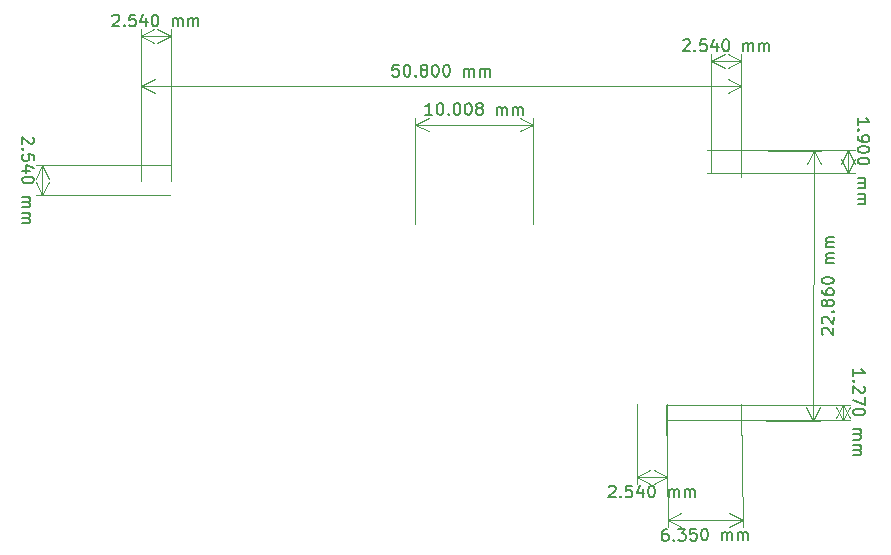
<source format=gbr>
G04 #@! TF.GenerationSoftware,KiCad,Pcbnew,(5.1.4)-1*
G04 #@! TF.CreationDate,2019-11-20T19:39:55+01:00*
G04 #@! TF.ProjectId,Open_Telemetry_digitalSensorShield,4f70656e-5f54-4656-9c65-6d657472795f,P1A_02 - Prototype manuf.*
G04 #@! TF.SameCoordinates,Original*
G04 #@! TF.FileFunction,Other,ECO1*
%FSLAX46Y46*%
G04 Gerber Fmt 4.6, Leading zero omitted, Abs format (unit mm)*
G04 Created by KiCad (PCBNEW (5.1.4)-1) date 2019-11-20 19:39:55*
%MOMM*%
%LPD*%
G04 APERTURE LIST*
%ADD10C,0.150000*%
%ADD11C,0.120000*%
G04 APERTURE END LIST*
D10*
X274634699Y-129825501D02*
X274634699Y-129254073D01*
X274634699Y-129539787D02*
X275634699Y-129539787D01*
X275491841Y-129444549D01*
X275396603Y-129349311D01*
X275348984Y-129254073D01*
X274729937Y-130254073D02*
X274682318Y-130301692D01*
X274634699Y-130254073D01*
X274682318Y-130206454D01*
X274729937Y-130254073D01*
X274634699Y-130254073D01*
X274634699Y-130777882D02*
X274634699Y-130968359D01*
X274682318Y-131063597D01*
X274729937Y-131111216D01*
X274872794Y-131206454D01*
X275063270Y-131254073D01*
X275444222Y-131254073D01*
X275539460Y-131206454D01*
X275587080Y-131158835D01*
X275634699Y-131063597D01*
X275634699Y-130873120D01*
X275587080Y-130777882D01*
X275539460Y-130730263D01*
X275444222Y-130682644D01*
X275206127Y-130682644D01*
X275110889Y-130730263D01*
X275063270Y-130777882D01*
X275015651Y-130873120D01*
X275015651Y-131063597D01*
X275063270Y-131158835D01*
X275110889Y-131206454D01*
X275206127Y-131254073D01*
X275634699Y-131873120D02*
X275634699Y-131968359D01*
X275587080Y-132063597D01*
X275539460Y-132111216D01*
X275444222Y-132158835D01*
X275253746Y-132206454D01*
X275015651Y-132206454D01*
X274825175Y-132158835D01*
X274729937Y-132111216D01*
X274682318Y-132063597D01*
X274634699Y-131968359D01*
X274634699Y-131873120D01*
X274682318Y-131777882D01*
X274729937Y-131730263D01*
X274825175Y-131682644D01*
X275015651Y-131635025D01*
X275253746Y-131635025D01*
X275444222Y-131682644D01*
X275539460Y-131730263D01*
X275587080Y-131777882D01*
X275634699Y-131873120D01*
X275634699Y-132825501D02*
X275634699Y-132920740D01*
X275587080Y-133015978D01*
X275539460Y-133063597D01*
X275444222Y-133111216D01*
X275253746Y-133158835D01*
X275015651Y-133158835D01*
X274825175Y-133111216D01*
X274729937Y-133063597D01*
X274682318Y-133015978D01*
X274634699Y-132920740D01*
X274634699Y-132825501D01*
X274682318Y-132730263D01*
X274729937Y-132682644D01*
X274825175Y-132635025D01*
X275015651Y-132587406D01*
X275253746Y-132587406D01*
X275444222Y-132635025D01*
X275539460Y-132682644D01*
X275587080Y-132730263D01*
X275634699Y-132825501D01*
X274634699Y-134349311D02*
X275301365Y-134349311D01*
X275206127Y-134349311D02*
X275253746Y-134396930D01*
X275301365Y-134492168D01*
X275301365Y-134635025D01*
X275253746Y-134730263D01*
X275158508Y-134777882D01*
X274634699Y-134777882D01*
X275158508Y-134777882D02*
X275253746Y-134825501D01*
X275301365Y-134920740D01*
X275301365Y-135063597D01*
X275253746Y-135158835D01*
X275158508Y-135206454D01*
X274634699Y-135206454D01*
X274634699Y-135682644D02*
X275301365Y-135682644D01*
X275206127Y-135682644D02*
X275253746Y-135730263D01*
X275301365Y-135825501D01*
X275301365Y-135968359D01*
X275253746Y-136063597D01*
X275158508Y-136111216D01*
X274634699Y-136111216D01*
X275158508Y-136111216D02*
X275253746Y-136158835D01*
X275301365Y-136254073D01*
X275301365Y-136396930D01*
X275253746Y-136492168D01*
X275158508Y-136539787D01*
X274634699Y-136539787D01*
D11*
X273817080Y-131970780D02*
X273817080Y-133870700D01*
X261868920Y-131970780D02*
X274403501Y-131970780D01*
X261868920Y-133870700D02*
X274403501Y-133870700D01*
X273817080Y-133870700D02*
X273230659Y-132744196D01*
X273817080Y-133870700D02*
X274403501Y-132744196D01*
X273817080Y-131970780D02*
X273230659Y-133097284D01*
X273817080Y-131970780D02*
X274403501Y-133097284D01*
D10*
X238617571Y-128976380D02*
X238046142Y-128976380D01*
X238331857Y-128976380D02*
X238331857Y-127976380D01*
X238236619Y-128119238D01*
X238141380Y-128214476D01*
X238046142Y-128262095D01*
X239236619Y-127976380D02*
X239331857Y-127976380D01*
X239427095Y-128024000D01*
X239474714Y-128071619D01*
X239522333Y-128166857D01*
X239569952Y-128357333D01*
X239569952Y-128595428D01*
X239522333Y-128785904D01*
X239474714Y-128881142D01*
X239427095Y-128928761D01*
X239331857Y-128976380D01*
X239236619Y-128976380D01*
X239141380Y-128928761D01*
X239093761Y-128881142D01*
X239046142Y-128785904D01*
X238998523Y-128595428D01*
X238998523Y-128357333D01*
X239046142Y-128166857D01*
X239093761Y-128071619D01*
X239141380Y-128024000D01*
X239236619Y-127976380D01*
X239998523Y-128881142D02*
X240046142Y-128928761D01*
X239998523Y-128976380D01*
X239950904Y-128928761D01*
X239998523Y-128881142D01*
X239998523Y-128976380D01*
X240665190Y-127976380D02*
X240760428Y-127976380D01*
X240855666Y-128024000D01*
X240903285Y-128071619D01*
X240950904Y-128166857D01*
X240998523Y-128357333D01*
X240998523Y-128595428D01*
X240950904Y-128785904D01*
X240903285Y-128881142D01*
X240855666Y-128928761D01*
X240760428Y-128976380D01*
X240665190Y-128976380D01*
X240569952Y-128928761D01*
X240522333Y-128881142D01*
X240474714Y-128785904D01*
X240427095Y-128595428D01*
X240427095Y-128357333D01*
X240474714Y-128166857D01*
X240522333Y-128071619D01*
X240569952Y-128024000D01*
X240665190Y-127976380D01*
X241617571Y-127976380D02*
X241712809Y-127976380D01*
X241808047Y-128024000D01*
X241855666Y-128071619D01*
X241903285Y-128166857D01*
X241950904Y-128357333D01*
X241950904Y-128595428D01*
X241903285Y-128785904D01*
X241855666Y-128881142D01*
X241808047Y-128928761D01*
X241712809Y-128976380D01*
X241617571Y-128976380D01*
X241522333Y-128928761D01*
X241474714Y-128881142D01*
X241427095Y-128785904D01*
X241379476Y-128595428D01*
X241379476Y-128357333D01*
X241427095Y-128166857D01*
X241474714Y-128071619D01*
X241522333Y-128024000D01*
X241617571Y-127976380D01*
X242522333Y-128404952D02*
X242427095Y-128357333D01*
X242379476Y-128309714D01*
X242331857Y-128214476D01*
X242331857Y-128166857D01*
X242379476Y-128071619D01*
X242427095Y-128024000D01*
X242522333Y-127976380D01*
X242712809Y-127976380D01*
X242808047Y-128024000D01*
X242855666Y-128071619D01*
X242903285Y-128166857D01*
X242903285Y-128214476D01*
X242855666Y-128309714D01*
X242808047Y-128357333D01*
X242712809Y-128404952D01*
X242522333Y-128404952D01*
X242427095Y-128452571D01*
X242379476Y-128500190D01*
X242331857Y-128595428D01*
X242331857Y-128785904D01*
X242379476Y-128881142D01*
X242427095Y-128928761D01*
X242522333Y-128976380D01*
X242712809Y-128976380D01*
X242808047Y-128928761D01*
X242855666Y-128881142D01*
X242903285Y-128785904D01*
X242903285Y-128595428D01*
X242855666Y-128500190D01*
X242808047Y-128452571D01*
X242712809Y-128404952D01*
X244093761Y-128976380D02*
X244093761Y-128309714D01*
X244093761Y-128404952D02*
X244141380Y-128357333D01*
X244236619Y-128309714D01*
X244379476Y-128309714D01*
X244474714Y-128357333D01*
X244522333Y-128452571D01*
X244522333Y-128976380D01*
X244522333Y-128452571D02*
X244569952Y-128357333D01*
X244665190Y-128309714D01*
X244808047Y-128309714D01*
X244903285Y-128357333D01*
X244950904Y-128452571D01*
X244950904Y-128976380D01*
X245427095Y-128976380D02*
X245427095Y-128309714D01*
X245427095Y-128404952D02*
X245474714Y-128357333D01*
X245569952Y-128309714D01*
X245712809Y-128309714D01*
X245808047Y-128357333D01*
X245855666Y-128452571D01*
X245855666Y-128976380D01*
X245855666Y-128452571D02*
X245903285Y-128357333D01*
X245998523Y-128309714D01*
X246141380Y-128309714D01*
X246236619Y-128357333D01*
X246284238Y-128452571D01*
X246284238Y-128976380D01*
D11*
X237185200Y-129794000D02*
X247192800Y-129794000D01*
X237185200Y-138226800D02*
X237185200Y-129207579D01*
X247192800Y-138226800D02*
X247192800Y-129207579D01*
X247192800Y-129794000D02*
X246066296Y-130380421D01*
X247192800Y-129794000D02*
X246066296Y-129207579D01*
X237185200Y-129794000D02*
X238311704Y-130380421D01*
X237185200Y-129794000D02*
X238311704Y-129207579D01*
D10*
X211534833Y-120578619D02*
X211582452Y-120531000D01*
X211677690Y-120483380D01*
X211915785Y-120483380D01*
X212011023Y-120531000D01*
X212058642Y-120578619D01*
X212106261Y-120673857D01*
X212106261Y-120769095D01*
X212058642Y-120911952D01*
X211487214Y-121483380D01*
X212106261Y-121483380D01*
X212534833Y-121388142D02*
X212582452Y-121435761D01*
X212534833Y-121483380D01*
X212487214Y-121435761D01*
X212534833Y-121388142D01*
X212534833Y-121483380D01*
X213487214Y-120483380D02*
X213011023Y-120483380D01*
X212963404Y-120959571D01*
X213011023Y-120911952D01*
X213106261Y-120864333D01*
X213344357Y-120864333D01*
X213439595Y-120911952D01*
X213487214Y-120959571D01*
X213534833Y-121054809D01*
X213534833Y-121292904D01*
X213487214Y-121388142D01*
X213439595Y-121435761D01*
X213344357Y-121483380D01*
X213106261Y-121483380D01*
X213011023Y-121435761D01*
X212963404Y-121388142D01*
X214391976Y-120816714D02*
X214391976Y-121483380D01*
X214153880Y-120435761D02*
X213915785Y-121150047D01*
X214534833Y-121150047D01*
X215106261Y-120483380D02*
X215201500Y-120483380D01*
X215296738Y-120531000D01*
X215344357Y-120578619D01*
X215391976Y-120673857D01*
X215439595Y-120864333D01*
X215439595Y-121102428D01*
X215391976Y-121292904D01*
X215344357Y-121388142D01*
X215296738Y-121435761D01*
X215201500Y-121483380D01*
X215106261Y-121483380D01*
X215011023Y-121435761D01*
X214963404Y-121388142D01*
X214915785Y-121292904D01*
X214868166Y-121102428D01*
X214868166Y-120864333D01*
X214915785Y-120673857D01*
X214963404Y-120578619D01*
X215011023Y-120531000D01*
X215106261Y-120483380D01*
X216630071Y-121483380D02*
X216630071Y-120816714D01*
X216630071Y-120911952D02*
X216677690Y-120864333D01*
X216772928Y-120816714D01*
X216915785Y-120816714D01*
X217011023Y-120864333D01*
X217058642Y-120959571D01*
X217058642Y-121483380D01*
X217058642Y-120959571D02*
X217106261Y-120864333D01*
X217201500Y-120816714D01*
X217344357Y-120816714D01*
X217439595Y-120864333D01*
X217487214Y-120959571D01*
X217487214Y-121483380D01*
X217963404Y-121483380D02*
X217963404Y-120816714D01*
X217963404Y-120911952D02*
X218011023Y-120864333D01*
X218106261Y-120816714D01*
X218249119Y-120816714D01*
X218344357Y-120864333D01*
X218391976Y-120959571D01*
X218391976Y-121483380D01*
X218391976Y-120959571D02*
X218439595Y-120864333D01*
X218534833Y-120816714D01*
X218677690Y-120816714D01*
X218772928Y-120864333D01*
X218820547Y-120959571D01*
X218820547Y-121483380D01*
D11*
X216471500Y-122301000D02*
X213931500Y-122301000D01*
X216471500Y-134556500D02*
X216471500Y-121714579D01*
X213931500Y-134556500D02*
X213931500Y-121714579D01*
X213931500Y-122301000D02*
X215058004Y-121714579D01*
X213931500Y-122301000D02*
X215058004Y-122887421D01*
X216471500Y-122301000D02*
X215344996Y-121714579D01*
X216471500Y-122301000D02*
X215344996Y-122887421D01*
D10*
X259858333Y-122674119D02*
X259905952Y-122626500D01*
X260001190Y-122578880D01*
X260239285Y-122578880D01*
X260334523Y-122626500D01*
X260382142Y-122674119D01*
X260429761Y-122769357D01*
X260429761Y-122864595D01*
X260382142Y-123007452D01*
X259810714Y-123578880D01*
X260429761Y-123578880D01*
X260858333Y-123483642D02*
X260905952Y-123531261D01*
X260858333Y-123578880D01*
X260810714Y-123531261D01*
X260858333Y-123483642D01*
X260858333Y-123578880D01*
X261810714Y-122578880D02*
X261334523Y-122578880D01*
X261286904Y-123055071D01*
X261334523Y-123007452D01*
X261429761Y-122959833D01*
X261667857Y-122959833D01*
X261763095Y-123007452D01*
X261810714Y-123055071D01*
X261858333Y-123150309D01*
X261858333Y-123388404D01*
X261810714Y-123483642D01*
X261763095Y-123531261D01*
X261667857Y-123578880D01*
X261429761Y-123578880D01*
X261334523Y-123531261D01*
X261286904Y-123483642D01*
X262715476Y-122912214D02*
X262715476Y-123578880D01*
X262477380Y-122531261D02*
X262239285Y-123245547D01*
X262858333Y-123245547D01*
X263429761Y-122578880D02*
X263525000Y-122578880D01*
X263620238Y-122626500D01*
X263667857Y-122674119D01*
X263715476Y-122769357D01*
X263763095Y-122959833D01*
X263763095Y-123197928D01*
X263715476Y-123388404D01*
X263667857Y-123483642D01*
X263620238Y-123531261D01*
X263525000Y-123578880D01*
X263429761Y-123578880D01*
X263334523Y-123531261D01*
X263286904Y-123483642D01*
X263239285Y-123388404D01*
X263191666Y-123197928D01*
X263191666Y-122959833D01*
X263239285Y-122769357D01*
X263286904Y-122674119D01*
X263334523Y-122626500D01*
X263429761Y-122578880D01*
X264953571Y-123578880D02*
X264953571Y-122912214D01*
X264953571Y-123007452D02*
X265001190Y-122959833D01*
X265096428Y-122912214D01*
X265239285Y-122912214D01*
X265334523Y-122959833D01*
X265382142Y-123055071D01*
X265382142Y-123578880D01*
X265382142Y-123055071D02*
X265429761Y-122959833D01*
X265525000Y-122912214D01*
X265667857Y-122912214D01*
X265763095Y-122959833D01*
X265810714Y-123055071D01*
X265810714Y-123578880D01*
X266286904Y-123578880D02*
X266286904Y-122912214D01*
X266286904Y-123007452D02*
X266334523Y-122959833D01*
X266429761Y-122912214D01*
X266572619Y-122912214D01*
X266667857Y-122959833D01*
X266715476Y-123055071D01*
X266715476Y-123578880D01*
X266715476Y-123055071D02*
X266763095Y-122959833D01*
X266858333Y-122912214D01*
X267001190Y-122912214D01*
X267096428Y-122959833D01*
X267144047Y-123055071D01*
X267144047Y-123578880D01*
D11*
X262255000Y-124396500D02*
X264795000Y-124396500D01*
X262255000Y-133858000D02*
X262255000Y-123810079D01*
X264795000Y-133858000D02*
X264795000Y-123810079D01*
X264795000Y-124396500D02*
X263668496Y-124982921D01*
X264795000Y-124396500D02*
X263668496Y-123810079D01*
X262255000Y-124396500D02*
X263381504Y-124982921D01*
X262255000Y-124396500D02*
X263381504Y-123810079D01*
D10*
X258534437Y-164044394D02*
X258343971Y-164046389D01*
X258249237Y-164095003D01*
X258202119Y-164143118D01*
X258108382Y-164286965D01*
X258062760Y-164477929D01*
X258066749Y-164858860D01*
X258115363Y-164953595D01*
X258163478Y-165000712D01*
X258259210Y-165047332D01*
X258449676Y-165045337D01*
X258544410Y-164996723D01*
X258591528Y-164948608D01*
X258638147Y-164852877D01*
X258635653Y-164614794D01*
X258587040Y-164520060D01*
X258538925Y-164472942D01*
X258443193Y-164426323D01*
X258252727Y-164428318D01*
X258157993Y-164476932D01*
X258110875Y-164525047D01*
X258064256Y-164620778D01*
X259067692Y-164943622D02*
X259115807Y-164990739D01*
X259068689Y-165038854D01*
X259020574Y-164991737D01*
X259067692Y-164943622D01*
X259068689Y-165038854D01*
X259439149Y-164034920D02*
X260058163Y-164028437D01*
X259728837Y-164412860D01*
X259871686Y-164411364D01*
X259967418Y-164457983D01*
X260015533Y-164505100D01*
X260064147Y-164599835D01*
X260066640Y-164837917D01*
X260020021Y-164933648D01*
X259972903Y-164981763D01*
X259878169Y-165030377D01*
X259592470Y-165033369D01*
X259496739Y-164986750D01*
X259448623Y-164939632D01*
X260962875Y-164018963D02*
X260486711Y-164023950D01*
X260444081Y-164500613D01*
X260491199Y-164452497D01*
X260585933Y-164403884D01*
X260824015Y-164401390D01*
X260919746Y-164448010D01*
X260967862Y-164495127D01*
X261016475Y-164589862D01*
X261018969Y-164827944D01*
X260972349Y-164923675D01*
X260925232Y-164971790D01*
X260830497Y-165020404D01*
X260592415Y-165022897D01*
X260496684Y-164976278D01*
X260448569Y-164929160D01*
X261629505Y-164011982D02*
X261724738Y-164010984D01*
X261820469Y-164057604D01*
X261868585Y-164104721D01*
X261917198Y-164199456D01*
X261966809Y-164389423D01*
X261969303Y-164627505D01*
X261923681Y-164818469D01*
X261877062Y-164914201D01*
X261829944Y-164962316D01*
X261735210Y-165010930D01*
X261639977Y-165011927D01*
X261544245Y-164965308D01*
X261496130Y-164918190D01*
X261447516Y-164823456D01*
X261397905Y-164633489D01*
X261395412Y-164395407D01*
X261441034Y-164204442D01*
X261487653Y-164108711D01*
X261534771Y-164060596D01*
X261629505Y-164011982D01*
X263163703Y-164995970D02*
X263156722Y-164329340D01*
X263157719Y-164424573D02*
X263204837Y-164376458D01*
X263299571Y-164327844D01*
X263442420Y-164326348D01*
X263538152Y-164372967D01*
X263586766Y-164467701D01*
X263592251Y-164991482D01*
X263586766Y-164467701D02*
X263633385Y-164371970D01*
X263728119Y-164323356D01*
X263870968Y-164321860D01*
X263966700Y-164368479D01*
X264015313Y-164463213D01*
X264020799Y-164986994D01*
X264496963Y-164982008D02*
X264489982Y-164315377D01*
X264490979Y-164410610D02*
X264538097Y-164362495D01*
X264632831Y-164313881D01*
X264775680Y-164312386D01*
X264871412Y-164359005D01*
X264920026Y-164453739D01*
X264925511Y-164977520D01*
X264920026Y-164453739D02*
X264966645Y-164358007D01*
X265061379Y-164309394D01*
X265204228Y-164307898D01*
X265299960Y-164354517D01*
X265348574Y-164449251D01*
X265354059Y-164973032D01*
D11*
X258542774Y-163320387D02*
X264892774Y-163256887D01*
X258445000Y-153543000D02*
X258548638Y-163906779D01*
X264795000Y-153479500D02*
X264898638Y-163843279D01*
X264892774Y-163256887D02*
X263772190Y-163854543D01*
X264892774Y-163256887D02*
X263760463Y-162681760D01*
X258542774Y-163320387D02*
X259675085Y-163895514D01*
X258542774Y-163320387D02*
X259663358Y-162722731D01*
D10*
X274248619Y-151082761D02*
X274248619Y-150511333D01*
X274248619Y-150797047D02*
X275248619Y-150797047D01*
X275105761Y-150701809D01*
X275010523Y-150606571D01*
X274962904Y-150511333D01*
X274343857Y-151511333D02*
X274296238Y-151558952D01*
X274248619Y-151511333D01*
X274296238Y-151463714D01*
X274343857Y-151511333D01*
X274248619Y-151511333D01*
X275153380Y-151939904D02*
X275201000Y-151987523D01*
X275248619Y-152082761D01*
X275248619Y-152320857D01*
X275201000Y-152416095D01*
X275153380Y-152463714D01*
X275058142Y-152511333D01*
X274962904Y-152511333D01*
X274820047Y-152463714D01*
X274248619Y-151892285D01*
X274248619Y-152511333D01*
X275248619Y-152844666D02*
X275248619Y-153511333D01*
X274248619Y-153082761D01*
X275248619Y-154082761D02*
X275248619Y-154178000D01*
X275201000Y-154273238D01*
X275153380Y-154320857D01*
X275058142Y-154368476D01*
X274867666Y-154416095D01*
X274629571Y-154416095D01*
X274439095Y-154368476D01*
X274343857Y-154320857D01*
X274296238Y-154273238D01*
X274248619Y-154178000D01*
X274248619Y-154082761D01*
X274296238Y-153987523D01*
X274343857Y-153939904D01*
X274439095Y-153892285D01*
X274629571Y-153844666D01*
X274867666Y-153844666D01*
X275058142Y-153892285D01*
X275153380Y-153939904D01*
X275201000Y-153987523D01*
X275248619Y-154082761D01*
X274248619Y-155606571D02*
X274915285Y-155606571D01*
X274820047Y-155606571D02*
X274867666Y-155654190D01*
X274915285Y-155749428D01*
X274915285Y-155892285D01*
X274867666Y-155987523D01*
X274772428Y-156035142D01*
X274248619Y-156035142D01*
X274772428Y-156035142D02*
X274867666Y-156082761D01*
X274915285Y-156178000D01*
X274915285Y-156320857D01*
X274867666Y-156416095D01*
X274772428Y-156463714D01*
X274248619Y-156463714D01*
X274248619Y-156939904D02*
X274915285Y-156939904D01*
X274820047Y-156939904D02*
X274867666Y-156987523D01*
X274915285Y-157082761D01*
X274915285Y-157225619D01*
X274867666Y-157320857D01*
X274772428Y-157368476D01*
X274248619Y-157368476D01*
X274772428Y-157368476D02*
X274867666Y-157416095D01*
X274915285Y-157511333D01*
X274915285Y-157654190D01*
X274867666Y-157749428D01*
X274772428Y-157797047D01*
X274248619Y-157797047D01*
D11*
X273431000Y-153543000D02*
X273431000Y-154813000D01*
X258508500Y-153543000D02*
X274017421Y-153543000D01*
X258508500Y-154813000D02*
X274017421Y-154813000D01*
X273431000Y-154813000D02*
X272844579Y-153686496D01*
X273431000Y-154813000D02*
X274017421Y-153686496D01*
X273431000Y-153543000D02*
X272844579Y-154669504D01*
X273431000Y-153543000D02*
X274017421Y-154669504D01*
D10*
X253571833Y-160456619D02*
X253619452Y-160409000D01*
X253714690Y-160361380D01*
X253952785Y-160361380D01*
X254048023Y-160409000D01*
X254095642Y-160456619D01*
X254143261Y-160551857D01*
X254143261Y-160647095D01*
X254095642Y-160789952D01*
X253524214Y-161361380D01*
X254143261Y-161361380D01*
X254571833Y-161266142D02*
X254619452Y-161313761D01*
X254571833Y-161361380D01*
X254524214Y-161313761D01*
X254571833Y-161266142D01*
X254571833Y-161361380D01*
X255524214Y-160361380D02*
X255048023Y-160361380D01*
X255000404Y-160837571D01*
X255048023Y-160789952D01*
X255143261Y-160742333D01*
X255381357Y-160742333D01*
X255476595Y-160789952D01*
X255524214Y-160837571D01*
X255571833Y-160932809D01*
X255571833Y-161170904D01*
X255524214Y-161266142D01*
X255476595Y-161313761D01*
X255381357Y-161361380D01*
X255143261Y-161361380D01*
X255048023Y-161313761D01*
X255000404Y-161266142D01*
X256428976Y-160694714D02*
X256428976Y-161361380D01*
X256190880Y-160313761D02*
X255952785Y-161028047D01*
X256571833Y-161028047D01*
X257143261Y-160361380D02*
X257238500Y-160361380D01*
X257333738Y-160409000D01*
X257381357Y-160456619D01*
X257428976Y-160551857D01*
X257476595Y-160742333D01*
X257476595Y-160980428D01*
X257428976Y-161170904D01*
X257381357Y-161266142D01*
X257333738Y-161313761D01*
X257238500Y-161361380D01*
X257143261Y-161361380D01*
X257048023Y-161313761D01*
X257000404Y-161266142D01*
X256952785Y-161170904D01*
X256905166Y-160980428D01*
X256905166Y-160742333D01*
X256952785Y-160551857D01*
X257000404Y-160456619D01*
X257048023Y-160409000D01*
X257143261Y-160361380D01*
X258667071Y-161361380D02*
X258667071Y-160694714D01*
X258667071Y-160789952D02*
X258714690Y-160742333D01*
X258809928Y-160694714D01*
X258952785Y-160694714D01*
X259048023Y-160742333D01*
X259095642Y-160837571D01*
X259095642Y-161361380D01*
X259095642Y-160837571D02*
X259143261Y-160742333D01*
X259238500Y-160694714D01*
X259381357Y-160694714D01*
X259476595Y-160742333D01*
X259524214Y-160837571D01*
X259524214Y-161361380D01*
X260000404Y-161361380D02*
X260000404Y-160694714D01*
X260000404Y-160789952D02*
X260048023Y-160742333D01*
X260143261Y-160694714D01*
X260286119Y-160694714D01*
X260381357Y-160742333D01*
X260428976Y-160837571D01*
X260428976Y-161361380D01*
X260428976Y-160837571D02*
X260476595Y-160742333D01*
X260571833Y-160694714D01*
X260714690Y-160694714D01*
X260809928Y-160742333D01*
X260857547Y-160837571D01*
X260857547Y-161361380D01*
D11*
X258508500Y-159639000D02*
X255968500Y-159639000D01*
X258508500Y-153479500D02*
X258508500Y-160225421D01*
X255968500Y-153479500D02*
X255968500Y-160225421D01*
X255968500Y-159639000D02*
X257095004Y-159052579D01*
X255968500Y-159639000D02*
X257095004Y-160225421D01*
X258508500Y-159639000D02*
X257381996Y-159052579D01*
X258508500Y-159639000D02*
X257381996Y-160225421D01*
D10*
X204802380Y-130863333D02*
X204850000Y-130910952D01*
X204897619Y-131006190D01*
X204897619Y-131244285D01*
X204850000Y-131339523D01*
X204802380Y-131387142D01*
X204707142Y-131434761D01*
X204611904Y-131434761D01*
X204469047Y-131387142D01*
X203897619Y-130815714D01*
X203897619Y-131434761D01*
X203992857Y-131863333D02*
X203945238Y-131910952D01*
X203897619Y-131863333D01*
X203945238Y-131815714D01*
X203992857Y-131863333D01*
X203897619Y-131863333D01*
X204897619Y-132815714D02*
X204897619Y-132339523D01*
X204421428Y-132291904D01*
X204469047Y-132339523D01*
X204516666Y-132434761D01*
X204516666Y-132672857D01*
X204469047Y-132768095D01*
X204421428Y-132815714D01*
X204326190Y-132863333D01*
X204088095Y-132863333D01*
X203992857Y-132815714D01*
X203945238Y-132768095D01*
X203897619Y-132672857D01*
X203897619Y-132434761D01*
X203945238Y-132339523D01*
X203992857Y-132291904D01*
X204564285Y-133720476D02*
X203897619Y-133720476D01*
X204945238Y-133482380D02*
X204230952Y-133244285D01*
X204230952Y-133863333D01*
X204897619Y-134434761D02*
X204897619Y-134530000D01*
X204850000Y-134625238D01*
X204802380Y-134672857D01*
X204707142Y-134720476D01*
X204516666Y-134768095D01*
X204278571Y-134768095D01*
X204088095Y-134720476D01*
X203992857Y-134672857D01*
X203945238Y-134625238D01*
X203897619Y-134530000D01*
X203897619Y-134434761D01*
X203945238Y-134339523D01*
X203992857Y-134291904D01*
X204088095Y-134244285D01*
X204278571Y-134196666D01*
X204516666Y-134196666D01*
X204707142Y-134244285D01*
X204802380Y-134291904D01*
X204850000Y-134339523D01*
X204897619Y-134434761D01*
X203897619Y-135958571D02*
X204564285Y-135958571D01*
X204469047Y-135958571D02*
X204516666Y-136006190D01*
X204564285Y-136101428D01*
X204564285Y-136244285D01*
X204516666Y-136339523D01*
X204421428Y-136387142D01*
X203897619Y-136387142D01*
X204421428Y-136387142D02*
X204516666Y-136434761D01*
X204564285Y-136530000D01*
X204564285Y-136672857D01*
X204516666Y-136768095D01*
X204421428Y-136815714D01*
X203897619Y-136815714D01*
X203897619Y-137291904D02*
X204564285Y-137291904D01*
X204469047Y-137291904D02*
X204516666Y-137339523D01*
X204564285Y-137434761D01*
X204564285Y-137577619D01*
X204516666Y-137672857D01*
X204421428Y-137720476D01*
X203897619Y-137720476D01*
X204421428Y-137720476D02*
X204516666Y-137768095D01*
X204564285Y-137863333D01*
X204564285Y-138006190D01*
X204516666Y-138101428D01*
X204421428Y-138149047D01*
X203897619Y-138149047D01*
D11*
X205620000Y-133260000D02*
X205620000Y-135800000D01*
X216460000Y-133260000D02*
X205033579Y-133260000D01*
X216460000Y-135800000D02*
X205033579Y-135800000D01*
X205620000Y-135800000D02*
X205033579Y-134673496D01*
X205620000Y-135800000D02*
X206206421Y-134673496D01*
X205620000Y-133260000D02*
X205033579Y-134386504D01*
X205620000Y-133260000D02*
X206206421Y-134386504D01*
D10*
X235775952Y-124737880D02*
X235299761Y-124737880D01*
X235252142Y-125214071D01*
X235299761Y-125166452D01*
X235395000Y-125118833D01*
X235633095Y-125118833D01*
X235728333Y-125166452D01*
X235775952Y-125214071D01*
X235823571Y-125309309D01*
X235823571Y-125547404D01*
X235775952Y-125642642D01*
X235728333Y-125690261D01*
X235633095Y-125737880D01*
X235395000Y-125737880D01*
X235299761Y-125690261D01*
X235252142Y-125642642D01*
X236442619Y-124737880D02*
X236537857Y-124737880D01*
X236633095Y-124785500D01*
X236680714Y-124833119D01*
X236728333Y-124928357D01*
X236775952Y-125118833D01*
X236775952Y-125356928D01*
X236728333Y-125547404D01*
X236680714Y-125642642D01*
X236633095Y-125690261D01*
X236537857Y-125737880D01*
X236442619Y-125737880D01*
X236347380Y-125690261D01*
X236299761Y-125642642D01*
X236252142Y-125547404D01*
X236204523Y-125356928D01*
X236204523Y-125118833D01*
X236252142Y-124928357D01*
X236299761Y-124833119D01*
X236347380Y-124785500D01*
X236442619Y-124737880D01*
X237204523Y-125642642D02*
X237252142Y-125690261D01*
X237204523Y-125737880D01*
X237156904Y-125690261D01*
X237204523Y-125642642D01*
X237204523Y-125737880D01*
X237823571Y-125166452D02*
X237728333Y-125118833D01*
X237680714Y-125071214D01*
X237633095Y-124975976D01*
X237633095Y-124928357D01*
X237680714Y-124833119D01*
X237728333Y-124785500D01*
X237823571Y-124737880D01*
X238014047Y-124737880D01*
X238109285Y-124785500D01*
X238156904Y-124833119D01*
X238204523Y-124928357D01*
X238204523Y-124975976D01*
X238156904Y-125071214D01*
X238109285Y-125118833D01*
X238014047Y-125166452D01*
X237823571Y-125166452D01*
X237728333Y-125214071D01*
X237680714Y-125261690D01*
X237633095Y-125356928D01*
X237633095Y-125547404D01*
X237680714Y-125642642D01*
X237728333Y-125690261D01*
X237823571Y-125737880D01*
X238014047Y-125737880D01*
X238109285Y-125690261D01*
X238156904Y-125642642D01*
X238204523Y-125547404D01*
X238204523Y-125356928D01*
X238156904Y-125261690D01*
X238109285Y-125214071D01*
X238014047Y-125166452D01*
X238823571Y-124737880D02*
X238918809Y-124737880D01*
X239014047Y-124785500D01*
X239061666Y-124833119D01*
X239109285Y-124928357D01*
X239156904Y-125118833D01*
X239156904Y-125356928D01*
X239109285Y-125547404D01*
X239061666Y-125642642D01*
X239014047Y-125690261D01*
X238918809Y-125737880D01*
X238823571Y-125737880D01*
X238728333Y-125690261D01*
X238680714Y-125642642D01*
X238633095Y-125547404D01*
X238585476Y-125356928D01*
X238585476Y-125118833D01*
X238633095Y-124928357D01*
X238680714Y-124833119D01*
X238728333Y-124785500D01*
X238823571Y-124737880D01*
X239775952Y-124737880D02*
X239871190Y-124737880D01*
X239966428Y-124785500D01*
X240014047Y-124833119D01*
X240061666Y-124928357D01*
X240109285Y-125118833D01*
X240109285Y-125356928D01*
X240061666Y-125547404D01*
X240014047Y-125642642D01*
X239966428Y-125690261D01*
X239871190Y-125737880D01*
X239775952Y-125737880D01*
X239680714Y-125690261D01*
X239633095Y-125642642D01*
X239585476Y-125547404D01*
X239537857Y-125356928D01*
X239537857Y-125118833D01*
X239585476Y-124928357D01*
X239633095Y-124833119D01*
X239680714Y-124785500D01*
X239775952Y-124737880D01*
X241299761Y-125737880D02*
X241299761Y-125071214D01*
X241299761Y-125166452D02*
X241347380Y-125118833D01*
X241442619Y-125071214D01*
X241585476Y-125071214D01*
X241680714Y-125118833D01*
X241728333Y-125214071D01*
X241728333Y-125737880D01*
X241728333Y-125214071D02*
X241775952Y-125118833D01*
X241871190Y-125071214D01*
X242014047Y-125071214D01*
X242109285Y-125118833D01*
X242156904Y-125214071D01*
X242156904Y-125737880D01*
X242633095Y-125737880D02*
X242633095Y-125071214D01*
X242633095Y-125166452D02*
X242680714Y-125118833D01*
X242775952Y-125071214D01*
X242918809Y-125071214D01*
X243014047Y-125118833D01*
X243061666Y-125214071D01*
X243061666Y-125737880D01*
X243061666Y-125214071D02*
X243109285Y-125118833D01*
X243204523Y-125071214D01*
X243347380Y-125071214D01*
X243442619Y-125118833D01*
X243490238Y-125214071D01*
X243490238Y-125737880D01*
D11*
X213995000Y-126555500D02*
X264795000Y-126555500D01*
X213995000Y-134239000D02*
X213995000Y-125969079D01*
X264795000Y-134239000D02*
X264795000Y-125969079D01*
X264795000Y-126555500D02*
X263668496Y-127141921D01*
X264795000Y-126555500D02*
X263668496Y-125969079D01*
X213995000Y-126555500D02*
X215121504Y-127141921D01*
X213995000Y-126555500D02*
X215121504Y-125969079D01*
D10*
X271683122Y-147577737D02*
X271635753Y-147529869D01*
X271588633Y-147434383D01*
X271589880Y-147196291D01*
X271637997Y-147101304D01*
X271685865Y-147053935D01*
X271781351Y-147006815D01*
X271876587Y-147007314D01*
X272019193Y-147055680D01*
X272587622Y-147630093D01*
X272590863Y-147011054D01*
X271688109Y-146625369D02*
X271640739Y-146577502D01*
X271593620Y-146482015D01*
X271594866Y-146243923D01*
X271642983Y-146148936D01*
X271690851Y-146101567D01*
X271786337Y-146054447D01*
X271881574Y-146054946D01*
X272024180Y-146103312D01*
X272592609Y-146677725D01*
X272595850Y-146058686D01*
X272502857Y-145629622D02*
X272550725Y-145582253D01*
X272598094Y-145630120D01*
X272550226Y-145677489D01*
X272502857Y-145629622D01*
X272598094Y-145630120D01*
X272029915Y-145008089D02*
X271981798Y-145103077D01*
X271933930Y-145150446D01*
X271838444Y-145197565D01*
X271790825Y-145197316D01*
X271695838Y-145149199D01*
X271648469Y-145101331D01*
X271601349Y-145005845D01*
X271602346Y-144815372D01*
X271650463Y-144720384D01*
X271698331Y-144673015D01*
X271793817Y-144625895D01*
X271841436Y-144626145D01*
X271936423Y-144674262D01*
X271983792Y-144722130D01*
X272030912Y-144817616D01*
X272029915Y-145008089D01*
X272077034Y-145103575D01*
X272124403Y-145151443D01*
X272219391Y-145199560D01*
X272409864Y-145200557D01*
X272505351Y-145153438D01*
X272553218Y-145106069D01*
X272601335Y-145011081D01*
X272602333Y-144820608D01*
X272555213Y-144725121D01*
X272507844Y-144677254D01*
X272412856Y-144629137D01*
X272222383Y-144628139D01*
X272126897Y-144675259D01*
X272079029Y-144722628D01*
X272030912Y-144817616D01*
X271607832Y-143767767D02*
X271606834Y-143958241D01*
X271653954Y-144053727D01*
X271701323Y-144101594D01*
X271843680Y-144197579D01*
X272033904Y-144246195D01*
X272414851Y-144248190D01*
X272510337Y-144201070D01*
X272558205Y-144153701D01*
X272606322Y-144058713D01*
X272607319Y-143868240D01*
X272560200Y-143772754D01*
X272512830Y-143724886D01*
X272417843Y-143676769D01*
X272179751Y-143675522D01*
X272084265Y-143722642D01*
X272036397Y-143770011D01*
X271988280Y-143864998D01*
X271987283Y-144055472D01*
X272034403Y-144150958D01*
X272081772Y-144198826D01*
X272176759Y-144246943D01*
X271611572Y-143053491D02*
X271612070Y-142958254D01*
X271660187Y-142863267D01*
X271708055Y-142815898D01*
X271803541Y-142768778D01*
X271994264Y-142722157D01*
X272232356Y-142723404D01*
X272422580Y-142772019D01*
X272517568Y-142820136D01*
X272564937Y-142868004D01*
X272612057Y-142963490D01*
X272611558Y-143058727D01*
X272563441Y-143153714D01*
X272515573Y-143201084D01*
X272420087Y-143248203D01*
X272229364Y-143294824D01*
X271991272Y-143293578D01*
X271801048Y-143244962D01*
X271706060Y-143196845D01*
X271658691Y-143148977D01*
X271611572Y-143053491D01*
X272619537Y-141534938D02*
X271952879Y-141531448D01*
X272048116Y-141531946D02*
X272000747Y-141484079D01*
X271953627Y-141388593D01*
X271954375Y-141245737D01*
X272002492Y-141150750D01*
X272097978Y-141103630D01*
X272621781Y-141106373D01*
X272097978Y-141103630D02*
X272002991Y-141055513D01*
X271955871Y-140960027D01*
X271956619Y-140817172D01*
X272004736Y-140722184D01*
X272100222Y-140675065D01*
X272624024Y-140677807D01*
X272626518Y-140201623D02*
X271959860Y-140198133D01*
X272055097Y-140198631D02*
X272007728Y-140150764D01*
X271960608Y-140055277D01*
X271961356Y-139912422D01*
X272009473Y-139817435D01*
X272104959Y-139770315D01*
X272628762Y-139773058D01*
X272104959Y-139770315D02*
X272009972Y-139722198D01*
X271962852Y-139626712D01*
X271963600Y-139483857D01*
X272011717Y-139388869D01*
X272107203Y-139341750D01*
X272631006Y-139344492D01*
D11*
X270823709Y-154860251D02*
X270950709Y-132000251D01*
X262318500Y-154813000D02*
X271410120Y-154863509D01*
X262445500Y-131953000D02*
X271537120Y-132003509D01*
X270950709Y-132000251D02*
X271530862Y-133129995D01*
X270950709Y-132000251D02*
X270358039Y-133123480D01*
X270823709Y-154860251D02*
X271416379Y-153737022D01*
X270823709Y-154860251D02*
X270243556Y-153730507D01*
M02*

</source>
